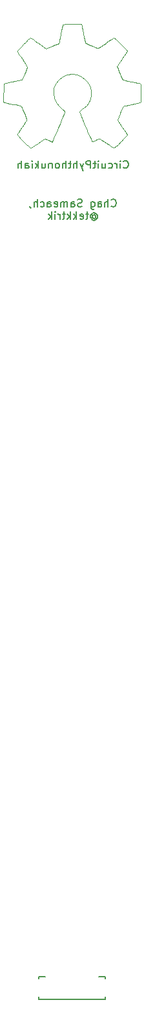
<source format=gbr>
%TF.GenerationSoftware,KiCad,Pcbnew,(6.0.7)*%
%TF.CreationDate,2022-08-28T16:25:01-04:00*%
%TF.ProjectId,CircuitPythonukiah,43697263-7569-4745-9079-74686f6e756b,rev?*%
%TF.SameCoordinates,Original*%
%TF.FileFunction,Legend,Bot*%
%TF.FilePolarity,Positive*%
%FSLAX46Y46*%
G04 Gerber Fmt 4.6, Leading zero omitted, Abs format (unit mm)*
G04 Created by KiCad (PCBNEW (6.0.7)) date 2022-08-28 16:25:01*
%MOMM*%
%LPD*%
G01*
G04 APERTURE LIST*
%ADD10C,0.150000*%
%ADD11C,0.002540*%
%ADD12C,0.127000*%
G04 APERTURE END LIST*
D10*
X133420809Y-87436142D02*
X133468428Y-87483761D01*
X133611285Y-87531380D01*
X133706523Y-87531380D01*
X133849380Y-87483761D01*
X133944619Y-87388523D01*
X133992238Y-87293285D01*
X134039857Y-87102809D01*
X134039857Y-86959952D01*
X133992238Y-86769476D01*
X133944619Y-86674238D01*
X133849380Y-86579000D01*
X133706523Y-86531380D01*
X133611285Y-86531380D01*
X133468428Y-86579000D01*
X133420809Y-86626619D01*
X132992238Y-87531380D02*
X132992238Y-86531380D01*
X132563666Y-87531380D02*
X132563666Y-87007571D01*
X132611285Y-86912333D01*
X132706523Y-86864714D01*
X132849380Y-86864714D01*
X132944619Y-86912333D01*
X132992238Y-86959952D01*
X131658904Y-87531380D02*
X131658904Y-87007571D01*
X131706523Y-86912333D01*
X131801761Y-86864714D01*
X131992238Y-86864714D01*
X132087476Y-86912333D01*
X131658904Y-87483761D02*
X131754142Y-87531380D01*
X131992238Y-87531380D01*
X132087476Y-87483761D01*
X132135095Y-87388523D01*
X132135095Y-87293285D01*
X132087476Y-87198047D01*
X131992238Y-87150428D01*
X131754142Y-87150428D01*
X131658904Y-87102809D01*
X130754142Y-86864714D02*
X130754142Y-87674238D01*
X130801761Y-87769476D01*
X130849380Y-87817095D01*
X130944619Y-87864714D01*
X131087476Y-87864714D01*
X131182714Y-87817095D01*
X130754142Y-87483761D02*
X130849380Y-87531380D01*
X131039857Y-87531380D01*
X131135095Y-87483761D01*
X131182714Y-87436142D01*
X131230333Y-87340904D01*
X131230333Y-87055190D01*
X131182714Y-86959952D01*
X131135095Y-86912333D01*
X131039857Y-86864714D01*
X130849380Y-86864714D01*
X130754142Y-86912333D01*
X129563666Y-87483761D02*
X129420809Y-87531380D01*
X129182714Y-87531380D01*
X129087476Y-87483761D01*
X129039857Y-87436142D01*
X128992238Y-87340904D01*
X128992238Y-87245666D01*
X129039857Y-87150428D01*
X129087476Y-87102809D01*
X129182714Y-87055190D01*
X129373190Y-87007571D01*
X129468428Y-86959952D01*
X129516047Y-86912333D01*
X129563666Y-86817095D01*
X129563666Y-86721857D01*
X129516047Y-86626619D01*
X129468428Y-86579000D01*
X129373190Y-86531380D01*
X129135095Y-86531380D01*
X128992238Y-86579000D01*
X128135095Y-87531380D02*
X128135095Y-87007571D01*
X128182714Y-86912333D01*
X128277952Y-86864714D01*
X128468428Y-86864714D01*
X128563666Y-86912333D01*
X128135095Y-87483761D02*
X128230333Y-87531380D01*
X128468428Y-87531380D01*
X128563666Y-87483761D01*
X128611285Y-87388523D01*
X128611285Y-87293285D01*
X128563666Y-87198047D01*
X128468428Y-87150428D01*
X128230333Y-87150428D01*
X128135095Y-87102809D01*
X127658904Y-87531380D02*
X127658904Y-86864714D01*
X127658904Y-86959952D02*
X127611285Y-86912333D01*
X127516047Y-86864714D01*
X127373190Y-86864714D01*
X127277952Y-86912333D01*
X127230333Y-87007571D01*
X127230333Y-87531380D01*
X127230333Y-87007571D02*
X127182714Y-86912333D01*
X127087476Y-86864714D01*
X126944619Y-86864714D01*
X126849380Y-86912333D01*
X126801761Y-87007571D01*
X126801761Y-87531380D01*
X125944619Y-87483761D02*
X126039857Y-87531380D01*
X126230333Y-87531380D01*
X126325571Y-87483761D01*
X126373190Y-87388523D01*
X126373190Y-87007571D01*
X126325571Y-86912333D01*
X126230333Y-86864714D01*
X126039857Y-86864714D01*
X125944619Y-86912333D01*
X125897000Y-87007571D01*
X125897000Y-87102809D01*
X126373190Y-87198047D01*
X125039857Y-87531380D02*
X125039857Y-87007571D01*
X125087476Y-86912333D01*
X125182714Y-86864714D01*
X125373190Y-86864714D01*
X125468428Y-86912333D01*
X125039857Y-87483761D02*
X125135095Y-87531380D01*
X125373190Y-87531380D01*
X125468428Y-87483761D01*
X125516047Y-87388523D01*
X125516047Y-87293285D01*
X125468428Y-87198047D01*
X125373190Y-87150428D01*
X125135095Y-87150428D01*
X125039857Y-87102809D01*
X124135095Y-87483761D02*
X124230333Y-87531380D01*
X124420809Y-87531380D01*
X124516047Y-87483761D01*
X124563666Y-87436142D01*
X124611285Y-87340904D01*
X124611285Y-87055190D01*
X124563666Y-86959952D01*
X124516047Y-86912333D01*
X124420809Y-86864714D01*
X124230333Y-86864714D01*
X124135095Y-86912333D01*
X123706523Y-87531380D02*
X123706523Y-86531380D01*
X123277952Y-87531380D02*
X123277952Y-87007571D01*
X123325571Y-86912333D01*
X123420809Y-86864714D01*
X123563666Y-86864714D01*
X123658904Y-86912333D01*
X123706523Y-86959952D01*
X122754142Y-87483761D02*
X122754142Y-87531380D01*
X122801761Y-87626619D01*
X122849380Y-87674238D01*
X130944619Y-88665190D02*
X130992238Y-88617571D01*
X131087476Y-88569952D01*
X131182714Y-88569952D01*
X131277952Y-88617571D01*
X131325571Y-88665190D01*
X131373190Y-88760428D01*
X131373190Y-88855666D01*
X131325571Y-88950904D01*
X131277952Y-88998523D01*
X131182714Y-89046142D01*
X131087476Y-89046142D01*
X130992238Y-88998523D01*
X130944619Y-88950904D01*
X130944619Y-88569952D02*
X130944619Y-88950904D01*
X130897000Y-88998523D01*
X130849380Y-88998523D01*
X130754142Y-88950904D01*
X130706523Y-88855666D01*
X130706523Y-88617571D01*
X130801761Y-88474714D01*
X130944619Y-88379476D01*
X131135095Y-88331857D01*
X131325571Y-88379476D01*
X131468428Y-88474714D01*
X131563666Y-88617571D01*
X131611285Y-88808047D01*
X131563666Y-88998523D01*
X131468428Y-89141380D01*
X131325571Y-89236619D01*
X131135095Y-89284238D01*
X130944619Y-89236619D01*
X130801761Y-89141380D01*
X130420809Y-88474714D02*
X130039857Y-88474714D01*
X130277952Y-88141380D02*
X130277952Y-88998523D01*
X130230333Y-89093761D01*
X130135095Y-89141380D01*
X130039857Y-89141380D01*
X129325571Y-89093761D02*
X129420809Y-89141380D01*
X129611285Y-89141380D01*
X129706523Y-89093761D01*
X129754142Y-88998523D01*
X129754142Y-88617571D01*
X129706523Y-88522333D01*
X129611285Y-88474714D01*
X129420809Y-88474714D01*
X129325571Y-88522333D01*
X129277952Y-88617571D01*
X129277952Y-88712809D01*
X129754142Y-88808047D01*
X128849380Y-89141380D02*
X128849380Y-88141380D01*
X128754142Y-88760428D02*
X128468428Y-89141380D01*
X128468428Y-88474714D02*
X128849380Y-88855666D01*
X128039857Y-89141380D02*
X128039857Y-88141380D01*
X127944619Y-88760428D02*
X127658904Y-89141380D01*
X127658904Y-88474714D02*
X128039857Y-88855666D01*
X127373190Y-88474714D02*
X126992238Y-88474714D01*
X127230333Y-88141380D02*
X127230333Y-88998523D01*
X127182714Y-89093761D01*
X127087476Y-89141380D01*
X126992238Y-89141380D01*
X126658904Y-89141380D02*
X126658904Y-88474714D01*
X126658904Y-88665190D02*
X126611285Y-88569952D01*
X126563666Y-88522333D01*
X126468428Y-88474714D01*
X126373190Y-88474714D01*
X126039857Y-89141380D02*
X126039857Y-88474714D01*
X126039857Y-88141380D02*
X126087476Y-88189000D01*
X126039857Y-88236619D01*
X125992238Y-88189000D01*
X126039857Y-88141380D01*
X126039857Y-88236619D01*
X125563666Y-89141380D02*
X125563666Y-88141380D01*
X125468428Y-88760428D02*
X125182714Y-89141380D01*
X125182714Y-88474714D02*
X125563666Y-88855666D01*
X135016047Y-82399142D02*
X135063666Y-82446761D01*
X135206523Y-82494380D01*
X135301761Y-82494380D01*
X135444619Y-82446761D01*
X135539857Y-82351523D01*
X135587476Y-82256285D01*
X135635095Y-82065809D01*
X135635095Y-81922952D01*
X135587476Y-81732476D01*
X135539857Y-81637238D01*
X135444619Y-81542000D01*
X135301761Y-81494380D01*
X135206523Y-81494380D01*
X135063666Y-81542000D01*
X135016047Y-81589619D01*
X134587476Y-82494380D02*
X134587476Y-81827714D01*
X134587476Y-81494380D02*
X134635095Y-81542000D01*
X134587476Y-81589619D01*
X134539857Y-81542000D01*
X134587476Y-81494380D01*
X134587476Y-81589619D01*
X134111285Y-82494380D02*
X134111285Y-81827714D01*
X134111285Y-82018190D02*
X134063666Y-81922952D01*
X134016047Y-81875333D01*
X133920809Y-81827714D01*
X133825571Y-81827714D01*
X133063666Y-82446761D02*
X133158904Y-82494380D01*
X133349380Y-82494380D01*
X133444619Y-82446761D01*
X133492238Y-82399142D01*
X133539857Y-82303904D01*
X133539857Y-82018190D01*
X133492238Y-81922952D01*
X133444619Y-81875333D01*
X133349380Y-81827714D01*
X133158904Y-81827714D01*
X133063666Y-81875333D01*
X132206523Y-81827714D02*
X132206523Y-82494380D01*
X132635095Y-81827714D02*
X132635095Y-82351523D01*
X132587476Y-82446761D01*
X132492238Y-82494380D01*
X132349380Y-82494380D01*
X132254142Y-82446761D01*
X132206523Y-82399142D01*
X131730333Y-82494380D02*
X131730333Y-81827714D01*
X131730333Y-81494380D02*
X131777952Y-81542000D01*
X131730333Y-81589619D01*
X131682714Y-81542000D01*
X131730333Y-81494380D01*
X131730333Y-81589619D01*
X131397000Y-81827714D02*
X131016047Y-81827714D01*
X131254142Y-81494380D02*
X131254142Y-82351523D01*
X131206523Y-82446761D01*
X131111285Y-82494380D01*
X131016047Y-82494380D01*
X130682714Y-82494380D02*
X130682714Y-81494380D01*
X130301761Y-81494380D01*
X130206523Y-81542000D01*
X130158904Y-81589619D01*
X130111285Y-81684857D01*
X130111285Y-81827714D01*
X130158904Y-81922952D01*
X130206523Y-81970571D01*
X130301761Y-82018190D01*
X130682714Y-82018190D01*
X129777952Y-81827714D02*
X129539857Y-82494380D01*
X129301761Y-81827714D02*
X129539857Y-82494380D01*
X129635095Y-82732476D01*
X129682714Y-82780095D01*
X129777952Y-82827714D01*
X128920809Y-82494380D02*
X128920809Y-81494380D01*
X128492238Y-82494380D02*
X128492238Y-81970571D01*
X128539857Y-81875333D01*
X128635095Y-81827714D01*
X128777952Y-81827714D01*
X128873190Y-81875333D01*
X128920809Y-81922952D01*
X128158904Y-81827714D02*
X127777952Y-81827714D01*
X128016047Y-81494380D02*
X128016047Y-82351523D01*
X127968428Y-82446761D01*
X127873190Y-82494380D01*
X127777952Y-82494380D01*
X127444619Y-82494380D02*
X127444619Y-81494380D01*
X127016047Y-82494380D02*
X127016047Y-81970571D01*
X127063666Y-81875333D01*
X127158904Y-81827714D01*
X127301761Y-81827714D01*
X127397000Y-81875333D01*
X127444619Y-81922952D01*
X126397000Y-82494380D02*
X126492238Y-82446761D01*
X126539857Y-82399142D01*
X126587476Y-82303904D01*
X126587476Y-82018190D01*
X126539857Y-81922952D01*
X126492238Y-81875333D01*
X126397000Y-81827714D01*
X126254142Y-81827714D01*
X126158904Y-81875333D01*
X126111285Y-81922952D01*
X126063666Y-82018190D01*
X126063666Y-82303904D01*
X126111285Y-82399142D01*
X126158904Y-82446761D01*
X126254142Y-82494380D01*
X126397000Y-82494380D01*
X125635095Y-81827714D02*
X125635095Y-82494380D01*
X125635095Y-81922952D02*
X125587476Y-81875333D01*
X125492238Y-81827714D01*
X125349380Y-81827714D01*
X125254142Y-81875333D01*
X125206523Y-81970571D01*
X125206523Y-82494380D01*
X124301761Y-81827714D02*
X124301761Y-82494380D01*
X124730333Y-81827714D02*
X124730333Y-82351523D01*
X124682714Y-82446761D01*
X124587476Y-82494380D01*
X124444619Y-82494380D01*
X124349380Y-82446761D01*
X124301761Y-82399142D01*
X123825571Y-82494380D02*
X123825571Y-81494380D01*
X123730333Y-82113428D02*
X123444619Y-82494380D01*
X123444619Y-81827714D02*
X123825571Y-82208666D01*
X123016047Y-82494380D02*
X123016047Y-81827714D01*
X123016047Y-81494380D02*
X123063666Y-81542000D01*
X123016047Y-81589619D01*
X122968428Y-81542000D01*
X123016047Y-81494380D01*
X123016047Y-81589619D01*
X122111285Y-82494380D02*
X122111285Y-81970571D01*
X122158904Y-81875333D01*
X122254142Y-81827714D01*
X122444619Y-81827714D01*
X122539857Y-81875333D01*
X122111285Y-82446761D02*
X122206523Y-82494380D01*
X122444619Y-82494380D01*
X122539857Y-82446761D01*
X122587476Y-82351523D01*
X122587476Y-82256285D01*
X122539857Y-82161047D01*
X122444619Y-82113428D01*
X122206523Y-82113428D01*
X122111285Y-82065809D01*
X121635095Y-82494380D02*
X121635095Y-81494380D01*
X121206523Y-82494380D02*
X121206523Y-81970571D01*
X121254142Y-81875333D01*
X121349380Y-81827714D01*
X121492238Y-81827714D01*
X121587476Y-81875333D01*
X121635095Y-81922952D01*
%TO.C,G\u002A\u002A\u002A*%
D11*
X128930400Y-63670180D02*
X129247900Y-63680340D01*
X129458720Y-63695580D01*
X129519680Y-63708280D01*
X129545080Y-63809880D01*
X129595880Y-64053720D01*
X129664460Y-64409320D01*
X129745740Y-64838580D01*
X129758440Y-64909700D01*
X129842260Y-65349120D01*
X129918460Y-65719960D01*
X129979420Y-65989200D01*
X130020060Y-66118740D01*
X130022600Y-66123820D01*
X130129280Y-66182240D01*
X130355340Y-66286380D01*
X130657600Y-66415920D01*
X130990340Y-66548000D01*
X131305300Y-66669920D01*
X131561840Y-66761360D01*
X131706620Y-66802000D01*
X131724400Y-66802000D01*
X131818380Y-66746120D01*
X132029200Y-66606420D01*
X132328920Y-66403220D01*
X132689600Y-66159380D01*
X132715000Y-66141600D01*
X133080760Y-65892680D01*
X133388100Y-65684400D01*
X133614160Y-65537080D01*
X133723380Y-65471040D01*
X133725920Y-65468500D01*
X133799580Y-65496440D01*
X133949440Y-65615820D01*
X134193280Y-65836800D01*
X134543800Y-66179700D01*
X134642860Y-66278760D01*
X134957820Y-66596260D01*
X135219440Y-66870580D01*
X135404860Y-67073780D01*
X135486140Y-67180460D01*
X135486140Y-67188080D01*
X135437880Y-67284600D01*
X135303260Y-67503040D01*
X135105140Y-67805300D01*
X134861300Y-68165980D01*
X134840980Y-68193920D01*
X134594600Y-68557140D01*
X134386320Y-68861940D01*
X134241540Y-69082920D01*
X134175500Y-69184520D01*
X134175500Y-69187060D01*
X134198360Y-69288660D01*
X134279640Y-69514720D01*
X134401560Y-69814440D01*
X134538720Y-70149720D01*
X134680960Y-70469760D01*
X134802880Y-70733920D01*
X134889240Y-70901560D01*
X134909560Y-70932040D01*
X135016240Y-70965060D01*
X135265160Y-71020940D01*
X135620760Y-71094600D01*
X136047480Y-71178420D01*
X136075420Y-71183500D01*
X136502140Y-71264780D01*
X136860280Y-71333360D01*
X137114280Y-71386700D01*
X137223500Y-71414640D01*
X137226040Y-71417180D01*
X137241280Y-71513700D01*
X137256520Y-71762620D01*
X137264140Y-72138540D01*
X137269220Y-72613520D01*
X137269220Y-73162160D01*
X137264140Y-73505060D01*
X137253980Y-73723500D01*
X137238740Y-73845420D01*
X137215880Y-73901300D01*
X137187940Y-73919080D01*
X137071100Y-73941940D01*
X136812020Y-73992740D01*
X136453880Y-74058780D01*
X136057640Y-74132440D01*
X135641080Y-74208640D01*
X135293100Y-74282300D01*
X135051800Y-74340720D01*
X134955280Y-74373740D01*
X134904480Y-74475340D01*
X134800340Y-74709020D01*
X134663180Y-75036680D01*
X134556500Y-75305920D01*
X134203440Y-76184760D01*
X134846060Y-77116940D01*
X135089900Y-77477620D01*
X135290560Y-77784960D01*
X135430260Y-78005940D01*
X135486140Y-78110080D01*
X135425180Y-78196440D01*
X135257540Y-78381860D01*
X135008620Y-78643480D01*
X134701280Y-78955900D01*
X134645400Y-79011780D01*
X134272020Y-79380080D01*
X134007860Y-79631540D01*
X133835140Y-79776320D01*
X133738620Y-79829660D01*
X133720840Y-79829660D01*
X133614160Y-79771240D01*
X133393180Y-79631540D01*
X133088380Y-79428340D01*
X132760720Y-79204820D01*
X132412740Y-78971140D01*
X132125720Y-78778100D01*
X131927600Y-78648560D01*
X131848860Y-78607920D01*
X131757420Y-78643480D01*
X131551680Y-78742540D01*
X131371340Y-78833980D01*
X131102100Y-78966060D01*
X130954780Y-79019400D01*
X130883660Y-79006700D01*
X130878580Y-79001620D01*
X130830320Y-78905100D01*
X130723640Y-78661260D01*
X130568700Y-78298040D01*
X130373120Y-77840840D01*
X130152140Y-77312520D01*
X130025140Y-77005180D01*
X129219960Y-75067160D01*
X129331720Y-74975720D01*
X129476500Y-74863960D01*
X129692400Y-74703940D01*
X129748280Y-74663300D01*
X130213100Y-74218800D01*
X130545840Y-73675240D01*
X130733800Y-73070720D01*
X130759200Y-72438260D01*
X130738880Y-72290940D01*
X130563620Y-71714360D01*
X130253740Y-71175880D01*
X130030220Y-70916800D01*
X129501900Y-70512940D01*
X128897380Y-70276720D01*
X128267460Y-70205600D01*
X127612140Y-70286880D01*
X127030480Y-70535800D01*
X126530100Y-70929500D01*
X126118620Y-71460360D01*
X125877320Y-72052180D01*
X125806200Y-72666860D01*
X125890020Y-73329800D01*
X126146560Y-73924160D01*
X126568200Y-74449940D01*
X126992380Y-74795380D01*
X127190500Y-74942700D01*
X127302260Y-75051920D01*
X127312420Y-75074780D01*
X127279400Y-75181460D01*
X127185420Y-75422760D01*
X127045720Y-75773280D01*
X126867920Y-76205080D01*
X126669800Y-76682600D01*
X126461520Y-77185520D01*
X126253240Y-77678280D01*
X126057660Y-78135480D01*
X125887480Y-78526640D01*
X125757940Y-78821280D01*
X125674120Y-78994000D01*
X125656340Y-79024480D01*
X125544580Y-79004160D01*
X125318520Y-78907640D01*
X125176280Y-78833980D01*
X124929900Y-78704440D01*
X124762260Y-78623160D01*
X124714000Y-78607920D01*
X124630180Y-78653640D01*
X124424440Y-78785720D01*
X124129800Y-78981300D01*
X123774200Y-79222600D01*
X123418600Y-79461360D01*
X123118880Y-79656940D01*
X122908060Y-79791560D01*
X122814080Y-79839820D01*
X122730260Y-79778860D01*
X122544840Y-79613760D01*
X122278140Y-79369920D01*
X121963180Y-79065120D01*
X121897140Y-79001620D01*
X121500900Y-78610460D01*
X121236740Y-78333600D01*
X121094500Y-78163420D01*
X121064020Y-78094840D01*
X121122440Y-77995780D01*
X121267220Y-77779880D01*
X121470420Y-77477620D01*
X121711720Y-77124560D01*
X121953020Y-76768960D01*
X122151140Y-76471780D01*
X122283220Y-76263500D01*
X122331480Y-76169520D01*
X122298460Y-76045060D01*
X122212100Y-75806300D01*
X122087640Y-75491340D01*
X121945400Y-75148440D01*
X121803160Y-74820780D01*
X121676160Y-74546460D01*
X121587260Y-74373740D01*
X121559320Y-74335640D01*
X121445020Y-74310240D01*
X121191020Y-74261980D01*
X120835420Y-74195940D01*
X120482360Y-74129900D01*
X120068340Y-74051160D01*
X119717820Y-73980040D01*
X119471440Y-73926700D01*
X119372380Y-73901300D01*
X119270780Y-73855580D01*
X119293640Y-71414640D01*
X119956580Y-71285100D01*
X120383300Y-71203820D01*
X120827800Y-71120000D01*
X121145300Y-71059040D01*
X121668540Y-70957440D01*
X122019060Y-70157340D01*
X122171460Y-69801740D01*
X122293380Y-69502020D01*
X122361960Y-69306440D01*
X122374660Y-69255640D01*
X122326400Y-69138800D01*
X122184160Y-68894960D01*
X121963180Y-68557140D01*
X121759980Y-68257420D01*
X121516140Y-67901820D01*
X121307860Y-67594480D01*
X121158000Y-67370960D01*
X121094500Y-67269360D01*
X121084340Y-67218560D01*
X121119900Y-67144900D01*
X121216420Y-67022980D01*
X121391680Y-66832480D01*
X121671080Y-66550540D01*
X121904760Y-66314320D01*
X122224800Y-65996820D01*
X122496580Y-65730120D01*
X122697240Y-65542160D01*
X122798840Y-65455800D01*
X122806460Y-65450720D01*
X122890280Y-65501520D01*
X123098560Y-65636140D01*
X123398280Y-65834260D01*
X123761500Y-66080640D01*
X123852940Y-66144140D01*
X124863860Y-66835020D01*
X125686820Y-66502280D01*
X126042420Y-66360040D01*
X126329440Y-66240660D01*
X126504700Y-66161920D01*
X126545340Y-66141600D01*
X126570740Y-66047620D01*
X126624080Y-65806320D01*
X126695200Y-65455800D01*
X126776480Y-65029080D01*
X126791720Y-64950340D01*
X126875540Y-64508380D01*
X126951740Y-64135000D01*
X127010160Y-63865760D01*
X127048260Y-63733680D01*
X127050800Y-63728600D01*
X127152400Y-63705740D01*
X127396240Y-63690500D01*
X127736600Y-63677800D01*
X128132840Y-63670180D01*
X128541780Y-63667640D01*
X128930400Y-63670180D01*
D12*
%TO.C,J1*%
X132640000Y-187994000D02*
X131790000Y-187994000D01*
X132640000Y-190654000D02*
X132640000Y-190964000D01*
X123900000Y-190964000D02*
X123900000Y-190654000D01*
X124750000Y-187994000D02*
X123900000Y-187994000D01*
X123900000Y-187994000D02*
X123900000Y-188314000D01*
X132640000Y-190964000D02*
X123900000Y-190964000D01*
X132640000Y-188314000D02*
X132640000Y-187994000D01*
%TD*%
M02*

</source>
